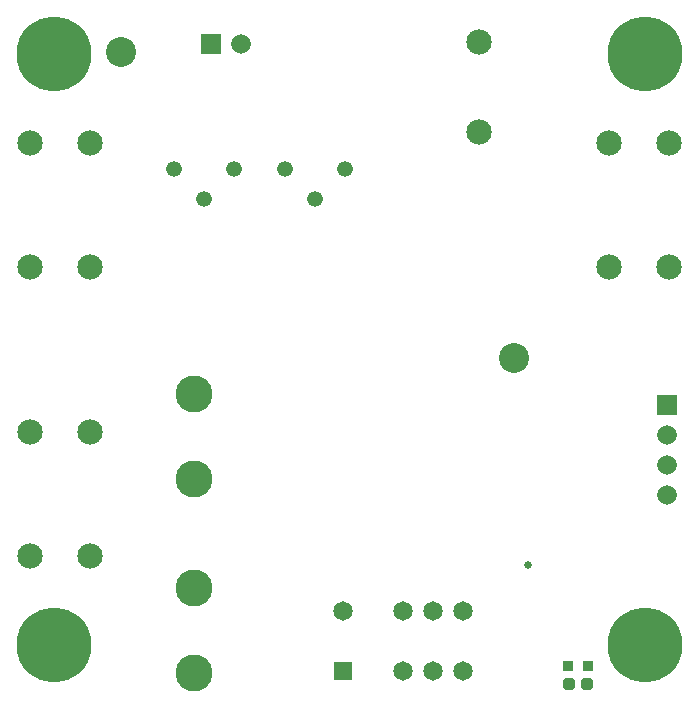
<source format=gbs>
G04*
G04 #@! TF.GenerationSoftware,Altium Limited,Altium Designer,20.1.11 (218)*
G04*
G04 Layer_Color=16711935*
%FSLAX24Y24*%
%MOIN*%
G70*
G04*
G04 #@! TF.SameCoordinates,CE7CCB8B-9279-4727-9A7C-73EE909CC9FE*
G04*
G04*
G04 #@! TF.FilePolarity,Negative*
G04*
G01*
G75*
G04:AMPARAMS|DCode=40|XSize=38.9mil|YSize=37.9mil|CornerRadius=7.9mil|HoleSize=0mil|Usage=FLASHONLY|Rotation=180.000|XOffset=0mil|YOffset=0mil|HoleType=Round|Shape=RoundedRectangle|*
%AMROUNDEDRECTD40*
21,1,0.0389,0.0221,0,0,180.0*
21,1,0.0231,0.0379,0,0,180.0*
1,1,0.0158,-0.0116,0.0111*
1,1,0.0158,0.0116,0.0111*
1,1,0.0158,0.0116,-0.0111*
1,1,0.0158,-0.0116,-0.0111*
%
%ADD40ROUNDEDRECTD40*%
%ADD45R,0.0370X0.0370*%
%ADD60C,0.0655*%
%ADD61R,0.0655X0.0655*%
%ADD62C,0.0843*%
%ADD63C,0.2496*%
%ADD64C,0.0528*%
%ADD65C,0.1000*%
%ADD66C,0.0646*%
%ADD67R,0.0646X0.0646*%
%ADD68R,0.0655X0.0655*%
%ADD69C,0.1236*%
%ADD70C,0.0252*%
D40*
X19148Y673D02*
D03*
X19738D02*
D03*
D45*
X19759Y1272D02*
D03*
X19109D02*
D03*
D60*
X8210Y21992D02*
D03*
X22400Y8970D02*
D03*
Y7970D02*
D03*
Y6974D02*
D03*
D61*
X7210Y21992D02*
D03*
D62*
X16130Y19061D02*
D03*
Y22053D02*
D03*
X22457Y14567D02*
D03*
X20457D02*
D03*
X1165Y4921D02*
D03*
X3165D02*
D03*
Y14567D02*
D03*
X1165D02*
D03*
Y18701D02*
D03*
X3165D02*
D03*
X1165Y9055D02*
D03*
X3165D02*
D03*
X22457Y18701D02*
D03*
X20457D02*
D03*
D63*
X1969Y21654D02*
D03*
X21654D02*
D03*
Y1969D02*
D03*
X1969D02*
D03*
D64*
X9677Y17823D02*
D03*
X11677D02*
D03*
X10677Y16823D02*
D03*
X5967Y17823D02*
D03*
X7967D02*
D03*
X6967Y16823D02*
D03*
D65*
X17283Y11526D02*
D03*
X4192Y21730D02*
D03*
D66*
X11594Y3086D02*
D03*
X13594D02*
D03*
X14594D02*
D03*
X15594D02*
D03*
Y1086D02*
D03*
X14594D02*
D03*
X13594D02*
D03*
D67*
X11594D02*
D03*
D68*
X22400Y9970D02*
D03*
D69*
X6630Y10320D02*
D03*
Y7486D02*
D03*
Y3883D02*
D03*
Y1048D02*
D03*
D70*
X17764Y4649D02*
D03*
M02*

</source>
